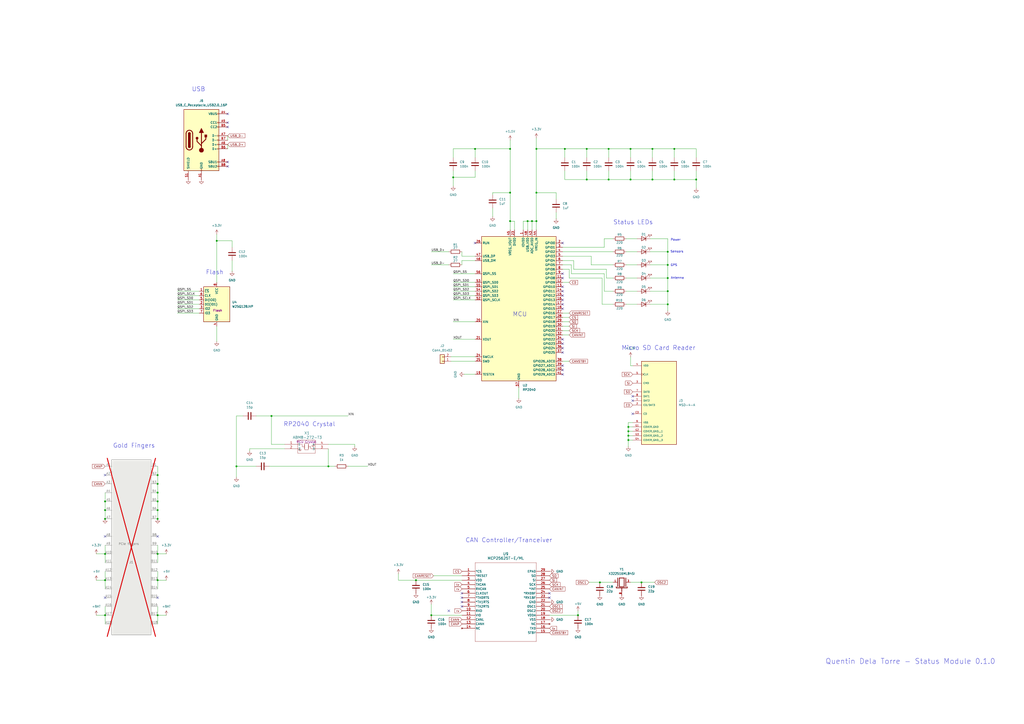
<source format=kicad_sch>
(kicad_sch (version 20250114) (generator "eeschema") (generator_version "9.0")
  (paper "A2")
  (lib_symbols
    (symbol "Connector:Bus_PCI_Express_x1" (pin_names (offset 0) (hide yes))
      (property "Reference" "J1" (at 4.826 -16.002 0))
      (property "info" "PCIe fingers" (at -1.524 -5.588 0))
      (symbol "Bus_PCI_Express_x1_1_1"
        (pin unspecified line (at -15.24 39.37 0) (length 3.81) (name "~{PRSNT1}") (number "A1"))
        (pin unspecified line (at -15.24 34.29 0) (length 3.81) (name "+12V") (number "A2"))
        (pin passive line (at -15.24 29.21 0) (length 3.81) (name "+12V") (number "A3"))
        (pin passive line (at -15.24 24.13 0) (length 3.81) (name "GND") (number "A4"))
        (pin input line (at -15.24 19.05 0) (length 3.81) (name "JTAG2") (number "A5"))
        (pin input line (at -15.24 13.97 0) (length 3.81) (name "JTAG3") (number "A6"))
        (pin output line (at -15.24 8.89 0) (length 3.81) (name "JTAG4") (number "A7"))
        (pin input line (at -15.24 -1.27 0) (length 3.81) (name "JTAG5") (number "A8"))
        (pin passive line (at -15.24 -6.35 0) (length 3.81) (name "+3.3V") (number "A9"))
        (pin passive line (at -15.24 -11.43 0) (length 3.81) (name "+3.3V") (number "A10"))
        (pin input line (at -15.24 -16.51 0) (length 3.81) (name "~{PERST}") (number "A11"))
        (pin passive line (at -15.24 -21.59 0) (length 3.81) (name "GND") (number "A12"))
        (pin input line (at -15.24 -26.67 0) (length 3.81) (name "REFCLK+") (number "A13"))
        (pin input line (at -15.24 -31.75 0) (length 3.81) (name "REFCLK-") (number "A14"))
        (pin passive line (at -15.24 -36.83 0) (length 3.81) (name "GND") (number "A15"))
        (pin output line (at -15.24 -41.91 0) (length 3.81) (name "PERp0") (number "A16"))
        (pin output line (at -15.24 -46.99 0) (length 3.81) (name "PERn0") (number "A17"))
        (pin passive line (at -15.24 -52.07 0) (length 3.81) (name "GND") (number "A18"))
        (pin power_in line (at 15.24 39.37 180) (length 3.81) (name "+12V") (number "B1"))
        (pin passive line (at 15.24 34.29 180) (length 3.81) (name "+12V") (number "B2"))
        (pin passive line (at 15.24 29.21 180) (length 3.81) (name "+12V") (number "B3"))
        (pin power_in line (at 15.24 24.13 180) (length 3.81) (name "GND") (number "B4"))
        (pin input line (at 15.24 19.05 180) (length 3.81) (name "SMCLK") (number "B5"))
        (pin bidirectional line (at 15.24 13.97 180) (length 3.81) (name "SMDAT") (number "B6"))
        (pin passive line (at 15.24 8.89 180) (length 3.81) (name "GND") (number "B7"))
        (pin power_in line (at 15.24 -1.27 180) (length 3.81) (name "+3.3V") (number "B8"))
        (pin input line (at 15.24 -6.35 180) (length 3.81) (name "JTAG1") (number "B9"))
        (pin power_in line (at 15.24 -11.43 180) (length 3.81) (name "3.3Vaux") (number "B10"))
        (pin open_collector line (at 15.24 -16.51 180) (length 3.81) (name "~{WAKE}") (number "B11"))
        (pin passive line (at 15.24 -21.59 180) (length 3.81) (name "RSVD") (number "B12"))
        (pin passive line (at 15.24 -26.67 180) (length 3.81) (name "GND") (number "B13"))
        (pin input line (at 15.24 -31.75 180) (length 3.81) (name "PETp0") (number "B14"))
        (pin input line (at 15.24 -36.83 180) (length 3.81) (name "PETn0") (number "B15"))
        (pin passive line (at 15.24 -41.91 180) (length 3.81) (name "GND") (number "B16"))
        (pin passive line (at 15.24 -46.99 180) (length 3.81) (name "~{PRSNT2}") (number "B17"))
        (pin passive line (at 15.24 -52.07 180) (length 3.81) (name "GND") (number "B18"))
      )
    )
    (symbol "Connector:USB_C_Receptacle_USB2.0_16P" (pin_names (offset 1.016))
      (property "Reference" "J" (at 0 22.225 0))
      (property "Value" "USB_C_Receptacle_USB2.0_16P" (at 0 19.685 0))
      (symbol "USB_C_Receptacle_USB2.0_16P_1_1"
        (pin passive line (at -7.62 -22.86 90) (length 5.08) (name "SHIELD") (number "S1"))
        (pin passive line (at 0 -22.86 90) (length 5.08) (name "GND") (number "A1"))
        (pin passive line (at 0 -22.86 90) (length 5.08) (hide yes) (name "GND") (number "A12"))
        (pin passive line (at 0 -22.86 90) (length 5.08) (hide yes) (name "GND") (number "B1"))
        (pin passive line (at 0 -22.86 90) (length 5.08) (hide yes) (name "GND") (number "B12"))
        (pin passive line (at 15.24 15.24 180) (length 5.08) (name "VBUS") (number "A4"))
        (pin passive line (at 15.24 15.24 180) (length 5.08) (hide yes) (name "VBUS") (number "A9"))
        (pin passive line (at 15.24 15.24 180) (length 5.08) (hide yes) (name "VBUS") (number "B4"))
        (pin passive line (at 15.24 15.24 180) (length 5.08) (hide yes) (name "VBUS") (number "B9"))
        (pin bidirectional line (at 15.24 10.16 180) (length 5.08) (name "CC1") (number "A5"))
        (pin bidirectional line (at 15.24 7.62 180) (length 5.08) (name "CC2") (number "B5"))
        (pin bidirectional line (at 15.24 2.54 180) (length 5.08) (name "D-") (number "A7"))
        (pin bidirectional line (at 15.24 0 180) (length 5.08) (name "D-") (number "B7"))
        (pin bidirectional line (at 15.24 -2.54 180) (length 5.08) (name "D+") (number "A6"))
        (pin bidirectional line (at 15.24 -5.08 180) (length 5.08) (name "D+") (number "B6"))
        (pin bidirectional line (at 15.24 -12.7 180) (length 5.08) (name "SBU1") (number "A8"))
        (pin bidirectional line (at 15.24 -15.24 180) (length 5.08) (name "SBU2") (number "B8"))
      )
    )
    (symbol "Connector_Generic:Conn_01x02" (pin_names (offset 1.016) (hide yes))
      (property "Reference" "J" (at 0 2.54 0))
      (property "Value" "Conn_01x02" (at 0 -5.08 0))
      (symbol "Conn_01x02_1_1"
        (pin passive line (at -5.08 0 0) (length 3.81) (name "Pin_1") (number "1"))
        (pin passive line (at -5.08 -2.54 0) (length 3.81) (name "Pin_2") (number "2"))
      )
    )
    (symbol "Device:C" (pin_numbers (hide yes)) (pin_names (offset 0.254))
      (property "Reference" "C" (at 0.635 2.54 0))
      (property "Value" "C" (at 0.635 -2.54 0))
      (symbol "C_1_1"
        (pin passive line (at 0 3.81 270) (length 2.794) (name "~") (number "1"))
        (pin passive line (at 0 -3.81 90) (length 2.794) (name "~") (number "2"))
      )
    )
    (symbol "Device:LED" (pin_numbers (hide yes)) (pin_names (offset 1.016) (hide yes))
      (property "Reference" "D" (at 0 2.54 0))
      (property "Value" "LED" (at 0 -2.54 0))
      (symbol "LED_1_1"
        (pin passive line (at -3.81 0 0) (length 2.54) (name "K") (number "1"))
        (pin passive line (at 3.81 0 180) (length 2.54) (name "A") (number "2"))
      )
    )
    (symbol "Device:R" (pin_numbers (hide yes)) (pin_names (offset 0))
      (property "Reference" "R" (at 2.032 0 90))
      (property "Value" "R" (at 0 0 90))
      (symbol "R_1_1"
        (pin passive line (at 0 3.81 270) (length 1.27) (name "~") (number "1"))
        (pin passive line (at 0 -3.81 90) (length 1.27) (name "~") (number "2"))
      )
    )
    (symbol "MCP25625:MCP25625T-E_ML" (pin_names (offset 0.254))
      (property "Reference" "U" (at 25.4 10.16 0))
      (property "Value" "MCP25625T-E/ML" (at 25.4 7.62 0))
      (symbol "MCP25625T-E_ML_0_1"
        (pin input line (at 0 0 0) (length 7.62) (name "*CS") (number "1"))
        (pin input line (at 0 -2.54 0) (length 7.62) (name "*RESET") (number "2"))
        (pin power_in line (at 0 -5.08 0) (length 7.62) (name "VDD") (number "3"))
        (pin output line (at 0 -7.62 0) (length 7.62) (name "TXCAN") (number "4"))
        (pin input line (at 0 -10.16 0) (length 7.62) (name "RXCAN") (number "5"))
        (pin output line (at 0 -12.7 0) (length 7.62) (name "CLKOUT") (number "6"))
        (pin input line (at 0 -15.24 0) (length 7.62) (name "*TX0RTS") (number "7"))
        (pin input line (at 0 -17.78 0) (length 7.62) (name "*TX1RTS") (number "8"))
        (pin input line (at 0 -20.32 0) (length 7.62) (name "*TX2RTS") (number "9"))
        (pin output line (at 0 -22.86 0) (length 7.62) (name "RXD") (number "10"))
        (pin power_in line (at 0 -25.4 0) (length 7.62) (name "VIO") (number "11"))
        (pin bidirectional line (at 0 -27.94 0) (length 7.62) (name "CANL") (number "12"))
        (pin bidirectional line (at 0 -30.48 0) (length 7.62) (name "CANH") (number "13"))
        (pin no_connect line (at 0 -33.02 0) (length 7.62) (name "NC") (number "14"))
        (pin unspecified line (at 50.8 0 180) (length 7.62) (name "EPAD") (number "29"))
        (pin output line (at 50.8 -2.54 180) (length 7.62) (name "SO") (number "28"))
        (pin input line (at 50.8 -5.08 180) (length 7.62) (name "SI") (number "27"))
        (pin input line (at 50.8 -7.62 180) (length 7.62) (name "SCK") (number "26"))
        (pin output line (at 50.8 -10.16 180) (length 7.62) (name "*INT") (number "25"))
        (pin output line (at 50.8 -12.7 180) (length 7.62) (name "*RX0BF") (number "24"))
        (pin output line (at 50.8 -15.24 180) (length 7.62) (name "*RX1BF") (number "23"))
        (pin power_in line (at 50.8 -17.78 180) (length 7.62) (name "GND") (number "22"))
        (pin input line (at 50.8 -20.32 180) (length 7.62) (name "OSC1") (number "21"))
        (pin output line (at 50.8 -22.86 180) (length 7.62) (name "OSC2") (number "20"))
        (pin power_in line (at 50.8 -25.4 180) (length 7.62) (name "VDDA") (number "19"))
        (pin power_in line (at 50.8 -27.94 180) (length 7.62) (name "VSS") (number "18"))
        (pin no_connect line (at 50.8 -30.48 180) (length 7.62) (name "NC") (number "17"))
        (pin input line (at 50.8 -33.02 180) (length 7.62) (name "TXD") (number "16"))
        (pin input line (at 50.8 -35.56 180) (length 7.62) (name "STBY") (number "15"))
      )
    )
    (symbol "MCU_RaspberryPi:RP2040"
      (property "Reference" "U" (at 17.78 45.72 0))
      (property "Value" "RP2040" (at 17.78 43.18 0))
      (symbol "RP2040_1_1"
        (pin input line (at -25.4 38.1 0) (length 3.81) (name "RUN") (number "26"))
        (pin bidirectional line (at -25.4 30.48 0) (length 3.81) (name "USB_DP") (number "47"))
        (pin bidirectional line (at -25.4 27.94 0) (length 3.81) (name "USB_DM") (number "46"))
        (pin bidirectional line (at -25.4 20.32 0) (length 3.81) (name "QSPI_SS") (number "56"))
        (pin bidirectional line (at -25.4 15.24 0) (length 3.81) (name "QSPI_SD0") (number "53"))
        (pin bidirectional line (at -25.4 12.7 0) (length 3.81) (name "QSPI_SD1") (number "55"))
        (pin bidirectional line (at -25.4 10.16 0) (length 3.81) (name "QSPI_SD2") (number "54"))
        (pin bidirectional line (at -25.4 7.62 0) (length 3.81) (name "QSPI_SD3") (number "51"))
        (pin output line (at -25.4 5.08 0) (length 3.81) (name "QSPI_SCLK") (number "52"))
        (pin input line (at -25.4 -7.62 0) (length 3.81) (name "XIN") (number "20"))
        (pin passive line (at -25.4 -17.78 0) (length 3.81) (name "XOUT") (number "21"))
        (pin input line (at -25.4 -27.94 0) (length 3.81) (name "SWCLK") (number "24"))
        (pin bidirectional line (at -25.4 -30.48 0) (length 3.81) (name "SWD") (number "25"))
        (pin input line (at -25.4 -38.1 0) (length 3.81) (name "TESTEN") (number "19"))
        (pin power_out line (at -5.08 45.72 270) (length 3.81) (name "VREG_VOUT") (number "45"))
        (pin power_in line (at -2.54 45.72 270) (length 3.81) (name "DVDD") (number "23"))
        (pin passive line (at -2.54 45.72 270) (length 3.81) (hide yes) (name "DVDD") (number "50"))
        (pin power_in line (at 0 -45.72 90) (length 3.81) (name "GND") (number "57"))
        (pin power_in line (at 2.54 45.72 270) (length 3.81) (name "IOVDD") (number "1"))
        (pin passive line (at 2.54 45.72 270) (length 3.81) (hide yes) (name "IOVDD") (number "10"))
        (pin passive line (at 2.54 45.72 270) (length 3.81) (hide yes) (name "IOVDD") (number "22"))
        (pin passive line (at 2.54 45.72 270) (length 3.81) (hide yes) (name "IOVDD") (number "33"))
        (pin passive line (at 2.54 45.72 270) (length 3.81) (hide yes) (name "IOVDD") (number "42"))
        (pin passive line (at 2.54 45.72 270) (length 3.81) (hide yes) (name "IOVDD") (number "49"))
        (pin power_in line (at 5.08 45.72 270) (length 3.81) (name "USB_VDD") (number "48"))
        (pin power_in line (at 7.62 45.72 270) (length 3.81) (name "ADC_AVDD") (number "43"))
        (pin power_in line (at 10.16 45.72 270) (length 3.81) (name "VREG_IN") (number "44"))
        (pin bidirectional line (at 25.4 38.1 180) (length 3.81) (name "GPIO0") (number "2"))
        (pin bidirectional line (at 25.4 35.56 180) (length 3.81) (name "GPIO1") (number "3"))
        (pin bidirectional line (at 25.4 33.02 180) (length 3.81) (name "GPIO2") (number "4"))
        (pin bidirectional line (at 25.4 30.48 180) (length 3.81) (name "GPIO3") (number "5"))
        (pin bidirectional line (at 25.4 27.94 180) (length 3.81) (name "GPIO4") (number "6"))
        (pin bidirectional line (at 25.4 25.4 180) (length 3.81) (name "GPIO5") (number "7"))
        (pin bidirectional line (at 25.4 22.86 180) (length 3.81) (name "GPIO6") (number "8"))
        (pin bidirectional line (at 25.4 20.32 180) (length 3.81) (name "GPIO7") (number "9"))
        (pin bidirectional line (at 25.4 17.78 180) (length 3.81) (name "GPIO8") (number "11"))
        (pin bidirectional line (at 25.4 15.24 180) (length 3.81) (name "GPIO9") (number "12"))
        (pin bidirectional line (at 25.4 12.7 180) (length 3.81) (name "GPIO10") (number "13"))
        (pin bidirectional line (at 25.4 10.16 180) (length 3.81) (name "GPIO11") (number "14"))
        (pin bidirectional line (at 25.4 7.62 180) (length 3.81) (name "GPIO12") (number "15"))
        (pin bidirectional line (at 25.4 5.08 180) (length 3.81) (name "GPIO13") (number "16"))
        (pin bidirectional line (at 25.4 2.54 180) (length 3.81) (name "GPIO14") (number "17"))
        (pin bidirectional line (at 25.4 0 180) (length 3.81) (name "GPIO15") (number "18"))
        (pin bidirectional line (at 25.4 -2.54 180) (length 3.81) (name "GPIO16") (number "27"))
        (pin bidirectional line (at 25.4 -5.08 180) (length 3.81) (name "GPIO17") (number "28"))
        (pin bidirectional line (at 25.4 -7.62 180) (length 3.81) (name "GPIO18") (number "29"))
        (pin bidirectional line (at 25.4 -10.16 180) (length 3.81) (name "GPIO19") (number "30"))
        (pin bidirectional line (at 25.4 -12.7 180) (length 3.81) (name "GPIO20") (number "31"))
        (pin bidirectional line (at 25.4 -15.24 180) (length 3.81) (name "GPIO21") (number "32"))
        (pin bidirectional line (at 25.4 -17.78 180) (length 3.81) (name "GPIO22") (number "34"))
        (pin bidirectional line (at 25.4 -20.32 180) (length 3.81) (name "GPIO23") (number "35"))
        (pin bidirectional line (at 25.4 -22.86 180) (length 3.81) (name "GPIO24") (number "36"))
        (pin bidirectional line (at 25.4 -25.4 180) (length 3.81) (name "GPIO25") (number "37"))
        (pin bidirectional line (at 25.4 -30.48 180) (length 3.81) (name "GPIO26_ADC0") (number "38"))
        (pin bidirectional line (at 25.4 -33.02 180) (length 3.81) (name "GPIO27_ADC1") (number "39"))
        (pin bidirectional line (at 25.4 -35.56 180) (length 3.81) (name "GPIO28_ADC2") (number "40"))
        (pin bidirectional line (at 25.4 -38.1 180) (length 3.81) (name "GPIO29_ADC3") (number "41"))
      )
    )
    (symbol "MSD-4-A:MSD-4-A" (pin_names (offset 1.016))
      (property "Reference" "J" (at -10.16 21.082 0))
      (property "Value" "MSD-4-A" (at -10.16 -30.48 0))
      (symbol "MSD-4-A_0_0"
        (pin power_in line (at -15.24 17.78 0) (length 5.08) (name "VDD") (number "4"))
        (pin input clock (at -15.24 12.7 0) (length 5.08) (name "CLK") (number "5"))
        (pin bidirectional line (at -15.24 7.62 0) (length 5.08) (name "CMD") (number "3"))
        (pin bidirectional line (at -15.24 2.54 0) (length 5.08) (name "DAT0") (number "7"))
        (pin bidirectional line (at -15.24 0 0) (length 5.08) (name "DAT1") (number "8"))
        (pin bidirectional line (at -15.24 -2.54 0) (length 5.08) (name "DAT2") (number "1"))
        (pin bidirectional line (at -15.24 -5.08 0) (length 5.08) (name "CD/DAT3") (number "2"))
        (pin passive line (at -15.24 -10.16 0) (length 5.08) (name "CD") (number "CD"))
        (pin power_in line (at -15.24 -15.24 0) (length 5.08) (name "VSS") (number "6"))
        (pin power_in line (at -15.24 -17.78 0) (length 5.08) (name "COVER_GND") (number "G1"))
        (pin power_in line (at -15.24 -20.32 0) (length 5.08) (name "COVER_GND__1") (number "G2"))
        (pin power_in line (at -15.24 -22.86 0) (length 5.08) (name "COVER_GND__2") (number "G3"))
        (pin power_in line (at -15.24 -25.4 0) (length 5.08) (name "COVER_GND__3") (number "G4"))
      )
    )
    (symbol "Memory_Flash:W25Q128JVP"
      (property "Reference" "U" (at -6.35 11.43 0))
      (property "Value" "W25Q128JVP" (at 7.62 11.43 0))
      (symbol "W25Q128JVP_1_1"
        (pin input line (at -10.16 7.62 0) (length 2.54) (name "~{CS}") (number "1"))
        (pin input line (at -10.16 5.08 0) (length 2.54) (name "CLK") (number "6"))
        (pin bidirectional line (at -10.16 2.54 0) (length 2.54) (name "DI(IO0)") (number "5"))
        (pin bidirectional line (at -10.16 0 0) (length 2.54) (name "DO(IO1)") (number "2"))
        (pin bidirectional line (at -10.16 -2.54 0) (length 2.54) (name "IO2") (number "3"))
        (pin bidirectional line (at -10.16 -5.08 0) (length 2.54) (name "IO3") (number "7"))
        (pin power_in line (at 0 12.7 270) (length 2.54) (name "VCC") (number "8"))
        (pin power_in line (at 0 -12.7 90) (length 2.54) (name "GND") (number "4"))
      )
    )
    (symbol "X322516MLB4SI:X322516MLB4SI" (pin_names (offset 1.016))
      (property "Reference" "Y" (at -5.08 6.35 0))
      (property "Value" "X322516MLB4SI" (at -5.08 3.81 0))
      (symbol "X322516MLB4SI_0_0"
        (pin passive line (at -5.08 0 0) (length 2.54) (name "~") (number "1"))
        (pin power_in line (at 0 -7.62 90) (length 2.54) (name "~") (number "2"))
        (pin power_in line (at 0 -7.62 90) (length 2.54) (name "~") (number "4"))
        (pin passive line (at 5.08 0 180) (length 2.54) (name "~") (number "3"))
      )
    )
    (symbol "crystal:ABM8-272-T3" (pin_names (offset 0.254))
      (property "Reference" "X" (at 12.7 7.62 0))
      (property "Value" "ABM8-272-T3" (at 12.7 5.08 0))
      (symbol "ABM8-272-T3_0_1"
        (pin unspecified line (at 0 0 0) (length 7.62) (name "1") (number "1"))
        (pin unspecified line (at 0 -2.54 0) (length 7.62) (name "2") (number "2"))
        (pin unspecified line (at 25.4 0 180) (length 7.62) (name "4") (number "4"))
        (pin unspecified line (at 25.4 -2.54 180) (length 7.62) (name "3") (number "3"))
      )
    )
    (symbol "power:+3.3V" (power) (pin_numbers (hide yes)) (pin_names (offset 0) (hide yes))
      (property "Value" "+3.3V" (at 0 3.556 0))
      (symbol "+3.3V_1_1"
        (pin power_in line (at 0 0 90) (length 0) (name "~") (number "1"))
      )
    )
    (symbol "power:GND" (power) (pin_numbers (hide yes)) (pin_names (offset 0) (hide yes))
      (property "Value" "GND" (at 0 -3.81 0))
      (symbol "GND_1_1"
        (pin power_in line (at 0 0 270) (length 0) (name "~") (number "1"))
      )
    )
    (symbol "power:VAA" (power) (pin_numbers (hide yes)) (pin_names (offset 0) (hide yes))
      (property "Value" "VAA" (at 0 3.556 0))
      (symbol "VAA_1_1"
        (pin power_in line (at 0 0 90) (length 0) (name "~") (number "1"))
      )
    )
    (symbol "power:VCC" (power) (pin_numbers (hide yes)) (pin_names (offset 0) (hide yes))
      (property "Value" "VCC" (at 0 3.556 0))
      (symbol "VCC_1_1"
        (pin power_in line (at 0 0 90) (length 0) (name "~") (number "1"))
      )
    )
  )
  (text "Antenna" (at 392.938 161.29 0) (effects (font (size 1.27 1.27))))
  (text "RP2040 Crystal" (at 164.465 247.65 0) (effects (font (size 2.54 2.54)) (justify left bottom)))
  (text "USB" (at 111.252 53.34 0) (effects (font (size 2.54 2.54)) (justify left bottom)))
  (text "Micro SD Card Reader" (at 382.016 201.93 0) (effects (font (size 2.54 2.54))))
  (text "MCU\n" (at 297.434 183.896 0) (effects (font (size 2.54 2.54)) (justify left bottom)))
  (text "Sensors" (at 392.684 146.05 0) (effects (font (size 1.27 1.27))))
  (text "Status LEDs" (at 367.284 129.032 0) (effects (font (size 2.54 2.54))))
  (text "Quentin Dela Torre - Status Module 0.1.0" (at 478.79 385.572 0) (effects (font (size 3.048 3.048)) (justify left bottom)))
  (text "Gold Fingers" (at 65.532 260.096 0) (effects (font (size 2.54 2.54)) (justify left bottom)))
  (text "GPS" (at 390.906 153.924 0) (effects (font (size 1.27 1.27))))
  (text "Power" (at 391.922 139.192 0) (effects (font (size 1.27 1.27))))
  (text "CAN Controller/Tranceiver" (at 270.002 314.96 0) (effects (font (size 2.54 2.54)) (justify left bottom)))
  (text "Flash" (at 119.38 159.512 0) (effects (font (size 2.54 2.54)) (justify left bottom)))
  (junction (at 378.46 104.14))
  (junction (at 91.44 356.87))
  (junction (at 372.11 337.82))
  (junction (at 364.49 255.27))
  (junction (at 353.06 86.36))
  (junction (at 340.36 86.36))
  (junction (at 91.44 295.91))
  (junction (at 125.73 139.7))
  (junction (at 137.16 270.51))
  (junction (at 91.44 285.75))
  (junction (at 60.96 321.31))
  (junction (at 403.86 104.14))
  (junction (at 308.61 128.27))
  (junction (at 91.44 280.67))
  (junction (at 387.35 168.91))
  (junction (at 60.96 295.91))
  (junction (at 391.16 86.36))
  (junction (at 91.44 300.99))
  (junction (at 241.3 336.55))
  (junction (at 387.35 176.53))
  (junction (at 365.76 104.14))
  (junction (at 91.44 290.83))
  (junction (at 378.46 86.36))
  (junction (at 311.15 128.27))
  (junction (at 60.96 300.99))
  (junction (at 295.91 86.36))
  (junction (at 387.35 161.29))
  (junction (at 91.44 275.59))
  (junction (at 364.49 252.73))
  (junction (at 353.06 104.14))
  (junction (at 60.96 356.87))
  (junction (at 365.76 86.36))
  (junction (at 91.44 336.55))
  (junction (at 311.15 86.36))
  (junction (at 387.35 146.05))
  (junction (at 387.35 153.67))
  (junction (at 335.28 356.87))
  (junction (at 262.89 102.87))
  (junction (at 306.07 128.27))
  (junction (at 364.49 250.19))
  (junction (at 295.91 128.27))
  (junction (at 60.96 290.83))
  (junction (at 157.48 241.3))
  (junction (at 295.91 111.76))
  (junction (at 311.15 111.76))
  (junction (at 91.44 321.31))
  (junction (at 250.19 356.87))
  (junction (at 340.36 104.14))
  (junction (at 327.66 86.36))
  (junction (at 347.98 337.82))
  (junction (at 391.16 104.14))
  (junction (at 364.49 247.65))
  (junction (at 190.5 270.51))
  (junction (at 60.96 336.55))
  (junction (at 275.59 86.36))
  (no_connect (at 267.97 349.25))
  (no_connect (at 91.44 346.71))
  (no_connect (at 132.08 96.52))
  (no_connect (at 132.08 71.12))
  (no_connect (at 132.08 93.98))
  (no_connect (at 367.03 240.03))
  (no_connect (at 91.44 311.15))
  (no_connect (at 326.39 196.85))
  (no_connect (at 367.03 229.87))
  (no_connect (at 60.96 346.71))
  (no_connect (at 326.39 173.99))
  (no_connect (at 326.39 212.09))
  (no_connect (at 326.39 140.97))
  (no_connect (at 326.39 168.91))
  (no_connect (at 260.35 354.33))
  (no_connect (at 326.39 171.45))
  (no_connect (at 326.39 201.93))
  (no_connect (at 318.77 344.17))
  (no_connect (at 326.39 176.53))
  (no_connect (at 267.97 344.17))
  (no_connect (at 326.39 161.29))
  (no_connect (at 326.39 217.17))
  (no_connect (at 326.39 204.47))
  (no_connect (at 367.03 232.41))
  (no_connect (at 326.39 179.07))
  (no_connect (at 275.59 140.97))
  (no_connect (at 326.39 214.63))
  (no_connect (at 326.39 158.75))
  (no_connect (at 326.39 199.39))
  (no_connect (at 132.08 73.66))
  (no_connect (at 60.96 275.59))
  (no_connect (at 326.39 166.37))
  (no_connect (at 132.08 66.04))
  (no_connect (at 60.96 311.15))
  (no_connect (at 267.97 351.79))
  (no_connect (at 267.97 346.71))
  (no_connect (at 318.77 346.71))
  (wire (pts (xy 102.87 171.45) (xy 115.57 171.45)))
  (wire (pts (xy 364.49 245.11) (xy 364.49 247.65)))
  (wire (pts (xy 262.89 171.45) (xy 275.59 171.45)))
  (wire (pts (xy 102.87 176.53) (xy 115.57 176.53)))
  (wire (pts (xy 311.15 86.36) (xy 311.15 111.76)))
  (wire (pts (xy 326.39 189.23) (xy 330.2 189.23)))
  (wire (pts (xy 201.93 241.3) (xy 157.48 241.3)))
  (wire (pts (xy 322.58 111.76) (xy 311.15 111.76)))
  (wire (pts (xy 91.44 290.83) (xy 91.44 295.91)))
  (wire (pts (xy 125.73 139.7) (xy 134.62 139.7)))
  (wire (pts (xy 403.86 99.06) (xy 403.86 104.14)))
  (wire (pts (xy 60.96 285.75) (xy 60.96 290.83)))
  (wire (pts (xy 137.16 241.3) (xy 137.16 270.51)))
  (wire (pts (xy 311.15 86.36) (xy 327.66 86.36)))
  (wire (pts (xy 91.44 321.31) (xy 91.44 326.39)))
  (wire (pts (xy 295.91 86.36) (xy 295.91 111.76)))
  (wire (pts (xy 364.49 250.19) (xy 367.03 250.19)))
  (wire (pts (xy 250.19 153.67) (xy 260.35 153.67)))
  (wire (pts (xy 250.19 146.05) (xy 260.35 146.05)))
  (wire (pts (xy 91.44 295.91) (xy 91.44 300.99)))
  (wire (pts (xy 365.76 86.36) (xy 378.46 86.36)))
  (wire (pts (xy 387.35 138.43) (xy 387.35 146.05)))
  (wire (pts (xy 262.89 91.44) (xy 262.89 86.36)))
  (wire (pts (xy 125.73 135.89) (xy 125.73 139.7)))
  (wire (pts (xy 363.22 176.53) (xy 369.57 176.53)))
  (wire (pts (xy 148.59 241.3) (xy 157.48 241.3)))
  (wire (pts (xy 262.89 166.37) (xy 275.59 166.37)))
  (wire (pts (xy 387.35 168.91) (xy 387.35 176.53)))
  (wire (pts (xy 342.9 148.59) (xy 326.39 148.59)))
  (wire (pts (xy 55.88 356.87) (xy 60.96 356.87)))
  (wire (pts (xy 140.97 241.3) (xy 137.16 241.3)))
  (wire (pts (xy 350.52 158.75) (xy 350.52 168.91)))
  (wire (pts (xy 295.91 128.27) (xy 298.45 128.27)))
  (wire (pts (xy 364.49 250.19) (xy 364.49 252.73)))
  (wire (pts (xy 326.39 156.21) (xy 330.2 156.21)))
  (wire (pts (xy 275.59 102.87) (xy 262.89 102.87)))
  (wire (pts (xy 387.35 176.53) (xy 387.35 180.34)))
  (wire (pts (xy 262.89 158.75) (xy 275.59 158.75)))
  (wire (pts (xy 201.93 270.51) (xy 213.36 270.51)))
  (wire (pts (xy 134.62 151.13) (xy 134.62 157.48)))
  (wire (pts (xy 311.15 80.01) (xy 311.15 86.36)))
  (wire (pts (xy 364.49 255.27) (xy 367.03 255.27)))
  (wire (pts (xy 125.73 189.23) (xy 125.73 198.12)))
  (wire (pts (xy 326.39 146.05) (xy 355.6 146.05)))
  (wire (pts (xy 262.89 102.87) (xy 262.89 107.95)))
  (wire (pts (xy 190.5 257.81) (xy 205.74 257.81)))
  (wire (pts (xy 363.22 153.67) (xy 369.57 153.67)))
  (wire (pts (xy 275.59 86.36) (xy 295.91 86.36)))
  (wire (pts (xy 144.78 260.35) (xy 165.1 260.35)))
  (wire (pts (xy 60.96 356.87) (xy 60.96 351.79)))
  (wire (pts (xy 363.22 168.91) (xy 369.57 168.91)))
  (wire (pts (xy 351.79 161.29) (xy 355.6 161.29)))
  (wire (pts (xy 363.22 161.29) (xy 369.57 161.29)))
  (wire (pts (xy 327.66 86.36) (xy 327.66 91.44)))
  (wire (pts (xy 350.52 138.43) (xy 355.6 138.43)))
  (wire (pts (xy 378.46 86.36) (xy 378.46 91.44)))
  (wire (pts (xy 267.97 148.59) (xy 275.59 148.59)))
  (wire (pts (xy 331.47 158.75) (xy 331.47 153.67)))
  (wire (pts (xy 132.08 81.28) (xy 132.08 78.74)))
  (wire (pts (xy 91.44 336.55) (xy 91.44 331.47)))
  (wire (pts (xy 60.96 321.31) (xy 60.96 316.23)))
  (wire (pts (xy 327.66 104.14) (xy 340.36 104.14)))
  (wire (pts (xy 134.62 139.7) (xy 134.62 143.51)))
  (wire (pts (xy 363.22 146.05) (xy 369.57 146.05)))
  (wire (pts (xy 387.35 176.53) (xy 377.19 176.53)))
  (wire (pts (xy 335.28 354.33) (xy 335.28 356.87)))
  (wire (pts (xy 306.07 128.27) (xy 308.61 128.27)))
  (wire (pts (xy 391.16 104.14) (xy 391.16 99.06)))
  (wire (pts (xy 330.2 161.29) (xy 330.2 156.21)))
  (wire (pts (xy 311.15 111.76) (xy 311.15 128.27)))
  (wire (pts (xy 364.49 252.73) (xy 364.49 255.27)))
  (wire (pts (xy 285.75 120.65) (xy 285.75 125.73)))
  (wire (pts (xy 102.87 179.07) (xy 115.57 179.07)))
  (wire (pts (xy 377.19 138.43) (xy 387.35 138.43)))
  (wire (pts (xy 231.14 332.74) (xy 231.14 336.55)))
  (wire (pts (xy 137.16 270.51) (xy 137.16 276.86)))
  (wire (pts (xy 350.52 158.75) (xy 331.47 158.75)))
  (wire (pts (xy 96.52 356.87) (xy 91.44 356.87)))
  (wire (pts (xy 351.79 156.21) (xy 332.74 156.21)))
  (wire (pts (xy 295.91 111.76) (xy 295.91 128.27)))
  (wire (pts (xy 322.58 115.57) (xy 322.58 111.76)))
  (wire (pts (xy 91.44 280.67) (xy 91.44 285.75)))
  (wire (pts (xy 364.49 255.27) (xy 364.49 259.08)))
  (wire (pts (xy 91.44 321.31) (xy 91.44 316.23)))
  (wire (pts (xy 326.39 186.69) (xy 330.2 186.69)))
  (wire (pts (xy 322.58 123.19) (xy 322.58 127)))
  (wire (pts (xy 157.48 241.3) (xy 157.48 257.81)))
  (wire (pts (xy 326.39 163.83) (xy 330.2 163.83)))
  (wire (pts (xy 387.35 161.29) (xy 387.35 168.91)))
  (wire (pts (xy 60.96 356.87) (xy 60.96 361.95)))
  (wire (pts (xy 60.96 295.91) (xy 60.96 300.99)))
  (wire (pts (xy 91.44 356.87) (xy 91.44 351.79)))
  (wire (pts (xy 267.97 151.13) (xy 275.59 151.13)))
  (wire (pts (xy 60.96 321.31) (xy 60.96 326.39)))
  (wire (pts (xy 403.86 104.14) (xy 403.86 109.22)))
  (wire (pts (xy 262.89 99.06) (xy 262.89 102.87)))
  (wire (pts (xy 311.15 128.27) (xy 311.15 133.35)))
  (wire (pts (xy 364.49 247.65) (xy 367.03 247.65)))
  (wire (pts (xy 55.88 336.55) (xy 60.96 336.55)))
  (wire (pts (xy 157.48 257.81) (xy 165.1 257.81)))
  (wire (pts (xy 125.73 139.7) (xy 125.73 163.83)))
  (wire (pts (xy 387.35 153.67) (xy 387.35 161.29)))
  (wire (pts (xy 190.5 270.51) (xy 194.31 270.51)))
  (wire (pts (xy 353.06 104.14) (xy 353.06 99.06)))
  (wire (pts (xy 326.39 209.55) (xy 330.2 209.55)))
  (wire (pts (xy 295.91 81.28) (xy 295.91 86.36)))
  (wire (pts (xy 340.36 86.36) (xy 340.36 91.44)))
  (wire (pts (xy 102.87 168.91) (xy 115.57 168.91)))
  (wire (pts (xy 91.44 285.75) (xy 91.44 290.83)))
  (wire (pts (xy 55.88 321.31) (xy 60.96 321.31)))
  (wire (pts (xy 391.16 104.14) (xy 403.86 104.14)))
  (wire (pts (xy 300.99 224.79) (xy 300.99 231.14)))
  (wire (pts (xy 308.61 128.27) (xy 311.15 128.27)))
  (wire (pts (xy 364.49 247.65) (xy 364.49 250.19)))
  (wire (pts (xy 285.75 111.76) (xy 295.91 111.76)))
  (wire (pts (xy 275.59 217.17) (xy 269.24 217.17)))
  (wire (pts (xy 96.52 321.31) (xy 91.44 321.31)))
  (wire (pts (xy 327.66 86.36) (xy 340.36 86.36)))
  (wire (pts (xy 250.19 350.52) (xy 250.19 356.87)))
  (wire (pts (xy 377.19 146.05) (xy 387.35 146.05)))
  (wire (pts (xy 298.45 133.35) (xy 298.45 128.27)))
  (wire (pts (xy 326.39 191.77) (xy 330.2 191.77)))
  (wire (pts (xy 261.62 209.55) (xy 275.59 209.55)))
  (wire (pts (xy 251.46 334.01) (xy 267.97 334.01)))
  (wire (pts (xy 377.19 161.29) (xy 387.35 161.29)))
  (wire (pts (xy 137.16 270.51) (xy 148.59 270.51)))
  (wire (pts (xy 318.77 356.87) (xy 335.28 356.87)))
  (wire (pts (xy 250.19 356.87) (xy 267.97 356.87)))
  (wire (pts (xy 355.6 153.67) (xy 342.9 153.67)))
  (wire (pts (xy 326.39 143.51) (xy 350.52 143.51)))
  (wire (pts (xy 60.96 336.55) (xy 60.96 341.63)))
  (wire (pts (xy 378.46 86.36) (xy 391.16 86.36)))
  (wire (pts (xy 365.76 337.82) (xy 372.11 337.82)))
  (wire (pts (xy 241.3 336.55) (xy 231.14 336.55)))
  (wire (pts (xy 91.44 356.87) (xy 91.44 361.95)))
  (wire (pts (xy 267.97 146.05) (xy 267.97 148.59)))
  (wire (pts (xy 350.52 143.51) (xy 350.52 138.43)))
  (wire (pts (xy 205.74 257.81) (xy 205.74 259.08)))
  (wire (pts (xy 364.49 252.73) (xy 367.03 252.73)))
  (wire (pts (xy 327.66 99.06) (xy 327.66 104.14)))
  (wire (pts (xy 132.08 83.82) (xy 132.08 86.36)))
  (wire (pts (xy 349.25 161.29) (xy 349.25 176.53)))
  (wire (pts (xy 340.36 104.14) (xy 340.36 99.06)))
  (wire (pts (xy 387.35 146.05) (xy 387.35 153.67)))
  (wire (pts (xy 365.76 212.09) (xy 365.76 207.01)))
  (wire (pts (xy 262.89 173.99) (xy 275.59 173.99)))
  (wire (pts (xy 295.91 128.27) (xy 295.91 133.35)))
  (wire (pts (xy 156.21 270.51) (xy 190.5 270.51)))
  (wire (pts (xy 306.07 128.27) (xy 303.53 128.27)))
  (wire (pts (xy 60.96 290.83) (xy 60.96 295.91)))
  (wire (pts (xy 144.78 261.62) (xy 144.78 260.35)))
  (wire (pts (xy 267.97 336.55) (xy 241.3 336.55)))
  (wire (pts (xy 378.46 104.14) (xy 391.16 104.14)))
  (wire (pts (xy 275.59 99.06) (xy 275.59 102.87)))
  (wire (pts (xy 96.52 336.55) (xy 91.44 336.55)))
  (wire (pts (xy 262.89 186.69) (xy 275.59 186.69)))
  (wire (pts (xy 275.59 86.36) (xy 275.59 91.44)))
  (wire (pts (xy 369.57 138.43) (xy 363.22 138.43)))
  (wire (pts (xy 332.74 156.21) (xy 332.74 151.13)))
  (wire (pts (xy 102.87 173.99) (xy 115.57 173.99)))
  (wire (pts (xy 332.74 151.13) (xy 326.39 151.13)))
  (wire (pts (xy 285.75 113.03) (xy 285.75 111.76)))
  (wire (pts (xy 365.76 104.14) (xy 378.46 104.14)))
  (wire (pts (xy 403.86 86.36) (xy 403.86 91.44)))
  (wire (pts (xy 349.25 161.29) (xy 330.2 161.29)))
  (wire (pts (xy 262.89 86.36) (xy 275.59 86.36)))
  (wire (pts (xy 261.62 207.01) (xy 275.59 207.01)))
  (wire (pts (xy 262.89 196.85) (xy 275.59 196.85)))
  (wire (pts (xy 91.44 270.51) (xy 91.44 275.59)))
  (wire (pts (xy 372.11 337.82) (xy 379.73 337.82)))
  (wire (pts (xy 102.87 181.61) (xy 115.57 181.61)))
  (wire (pts (xy 353.06 86.36) (xy 365.76 86.36)))
  (wire (pts (xy 377.19 153.67) (xy 387.35 153.67)))
  (wire (pts (xy 349.25 176.53) (xy 355.6 176.53)))
  (wire (pts (xy 378.46 104.14) (xy 378.46 99.06)))
  (wire (pts (xy 365.76 104.14) (xy 365.76 99.06)))
  (wire (pts (xy 351.79 156.21) (xy 351.79 161.29)))
  (wire (pts (xy 391.16 86.36) (xy 391.16 91.44)))
  (wire (pts (xy 267.97 153.67) (xy 267.97 151.13)))
  (wire (pts (xy 303.53 128.27) (xy 303.53 133.35)))
  (wire (pts (xy 308.61 133.35) (xy 308.61 128.27)))
  (wire (pts (xy 326.39 184.15) (xy 330.2 184.15)))
  (wire (pts (xy 341.63 337.82) (xy 347.98 337.82)))
  (wire (pts (xy 60.96 336.55) (xy 60.96 331.47)))
  (wire (pts (xy 350.52 168.91) (xy 355.6 168.91)))
  (wire (pts (xy 340.36 86.36) (xy 353.06 86.36)))
  (wire (pts (xy 353.06 104.14) (xy 365.76 104.14)))
  (wire (pts (xy 367.03 245.11) (xy 364.49 245.11)))
  (wire (pts (xy 262.89 168.91) (xy 275.59 168.91)))
  (wire (pts (xy 91.44 336.55) (xy 91.44 341.63)))
  (wire (pts (xy 340.36 104.14) (xy 353.06 104.14)))
  (wire (pts (xy 367.03 212.09) (xy 365.76 212.09)))
  (wire (pts (xy 353.06 86.36) (xy 353.06 91.44)))
  (wire (pts (xy 91.44 275.59) (xy 91.44 280.67)))
  (wire (pts (xy 365.76 86.36) (xy 365.76 91.44)))
  (wire (pts (xy 391.16 86.36) (xy 403.86 86.36)))
  (wire (pts (xy 326.39 181.61) (xy 330.2 181.61)))
  (wire (pts (xy 262.89 163.83) (xy 275.59 163.83)))
  (wire (pts (xy 342.9 153.67) (xy 342.9 148.59)))
  (wire (pts (xy 306.07 128.27) (xy 306.07 133.35)))
  (wire (pts (xy 347.98 337.82) (xy 355.6 337.82)))
  (wire (pts (xy 190.5 260.35) (xy 190.5 270.51)))
  (wire (pts (xy 326.39 194.31) (xy 330.2 194.31)))
  (wire (pts (xy 331.47 153.67) (xy 326.39 153.67)))
  (wire (pts (xy 377.19 168.91) (xy 387.35 168.91)))
  (label "QSPI_SCLK" (at 102.87 171.45 0))
  (label "QSPI_SS" (at 262.89 158.75 0))
  (label "QSPI_SD0" (at 262.89 163.83 0))
  (label "USB_D-" (at 250.19 153.67 0))
  (label "QSPI_SD1" (at 102.87 176.53 0))
  (label "QSPI_SD1" (at 262.89 166.37 0))
  (label "QSPI_SD3" (at 102.87 181.61 0))
  (label "QSPI_SD2" (at 102.87 179.07 0))
  (label "QSPI_SD2" (at 262.89 168.91 0))
  (label "QSPI_SCLK" (at 262.89 173.99 0))
  (label "QSPI_SD3" (at 262.89 171.45 0))
  (label "USB_D+" (at 250.19 146.05 0))
  (label "QSPI_SS" (at 102.87 168.91 0))
  (label "QSPI_SD0" (at 102.87 173.99 0))
  (label "XIN" (at 262.89 186.69 0))
  (label "XOUT" (at 213.36 270.51 0))
  (label "XIN" (at 201.93 241.3 0))
  (label "XOUT" (at 262.89 196.85 0))
  (global_label "OSC1" (shape input) (at 341.63 337.82 180) (property "Intersheetrefs" "${INTERSHEET_REFS}" (effects (hide yes))))
  (global_label "SO" (shape input) (at 367.03 227.33 180) (property "Intersheetrefs" "${INTERSHEET_REFS}" (effects (hide yes))))
  (global_label "tx" (shape input) (at 267.97 339.09 180) (property "Intersheetrefs" "${INTERSHEET_REFS}" (effects (hide yes))))
  (global_label "tx" (shape input) (at 318.77 364.49 0) (property "Intersheetrefs" "${INTERSHEET_REFS}" (effects (hide yes))))
  (global_label "OSC2" (shape input) (at 318.77 354.33 0) (property "Intersheetrefs" "${INTERSHEET_REFS}" (effects (hide yes))))
  (global_label "SCK" (shape input) (at 330.2 191.77 0) (property "Intersheetrefs" "${INTERSHEET_REFS}" (effects (hide yes))))
  (global_label "SI" (shape input) (at 330.2 189.23 0) (property "Intersheetrefs" "${INTERSHEET_REFS}" (effects (hide yes))))
  (global_label "rx" (shape input) (at 267.97 341.63 180) (property "Intersheetrefs" "${INTERSHEET_REFS}" (effects (hide yes))))
  (global_label "CANRESET" (shape input) (at 330.2 181.61 0) (property "Intersheetrefs" "${INTERSHEET_REFS}" (effects (hide yes))))
  (global_label "CANP" (shape input) (at 267.97 361.95 180) (property "Intersheetrefs" "${INTERSHEET_REFS}" (effects (hide yes))))
  (global_label "CANN" (shape input) (at 60.96 280.67 180) (property "Intersheetrefs" "${INTERSHEET_REFS}" (effects (hide yes))))
  (global_label "CANINT" (shape input) (at 330.2 194.31 0) (property "Intersheetrefs" "${INTERSHEET_REFS}" (effects (hide yes))))
  (global_label "CANSTBY" (shape input) (at 330.2 209.55 0) (property "Intersheetrefs" "${INTERSHEET_REFS}" (effects (hide yes))))
  (global_label "CANINT" (shape input) (at 318.77 341.63 0) (property "Intersheetrefs" "${INTERSHEET_REFS}" (effects (hide yes))))
  (global_label "USB_D+" (shape input) (at 132.08 83.82 0) (property "Intersheetrefs" "${INTERSHEET_REFS}" (effects (hide yes))))
  (global_label "CANSTBY" (shape input) (at 318.77 367.03 0) (property "Intersheetrefs" "${INTERSHEET_REFS}" (effects (hide yes))))
  (global_label "SI" (shape input) (at 318.77 336.55 0) (property "Intersheetrefs" "${INTERSHEET_REFS}" (effects (hide yes))))
  (global_label "CD" (shape input) (at 367.03 234.95 180) (property "Intersheetrefs" "${INTERSHEET_REFS}" (effects (hide yes))))
  (global_label "USB_D-" (shape input) (at 132.08 78.74 0) (property "Intersheetrefs" "${INTERSHEET_REFS}" (effects (hide yes))))
  (global_label "SO" (shape input) (at 330.2 186.69 0) (property "Intersheetrefs" "${INTERSHEET_REFS}" (effects (hide yes))))
  (global_label "CS" (shape input) (at 267.97 331.47 180) (property "Intersheetrefs" "${INTERSHEET_REFS}" (effects (hide yes))))
  (global_label "rx" (shape input) (at 267.97 354.33 180) (property "Intersheetrefs" "${INTERSHEET_REFS}" (effects (hide yes))))
  (global_label "SO" (shape input) (at 318.77 334.01 0) (property "Intersheetrefs" "${INTERSHEET_REFS}" (effects (hide yes))))
  (global_label "CANN" (shape input) (at 267.97 359.41 180) (property "Intersheetrefs" "${INTERSHEET_REFS}" (effects (hide yes))))
  (global_label "CANRESET" (shape input) (at 251.46 334.01 180) (property "Intersheetrefs" "${INTERSHEET_REFS}" (effects (hide yes))))
  (global_label "CD" (shape input) (at 330.2 163.83 0) (property "Intersheetrefs" "${INTERSHEET_REFS}" (effects (hide yes))))
  (global_label "SCK" (shape input) (at 367.03 217.17 180) (property "Intersheetrefs" "${INTERSHEET_REFS}" (effects (hide yes))))
  (global_label "SI" (shape input) (at 367.03 222.25 180) (property "Intersheetrefs" "${INTERSHEET_REFS}" (effects (hide yes))))
  (global_label "SCK" (shape input) (at 318.77 339.09 0) (property "Intersheetrefs" "${INTERSHEET_REFS}" (effects (hide yes))))
  (global_label "OSC1" (shape input) (at 318.77 351.79 0) (property "Intersheetrefs" "${INTERSHEET_REFS}" (effects (hide yes))))
  (global_label "CS" (shape input) (at 330.2 184.15 0) (property "Intersheetrefs" "${INTERSHEET_REFS}" (effects (hide yes))))
  (global_label "OSC2" (shape input) (at 379.73 337.82 0) (property "Intersheetrefs" "${INTERSHEET_REFS}" (effects (hide yes))))
  (global_label "CANP" (shape input) (at 60.96 270.51 180) (property "Intersheetrefs" "${INTERSHEET_REFS}" (effects (hide yes))))
  (symbol (lib_id "Device:C") (at 327.66 95.25 0) (unit 1)
    (property "Reference" "C1" (at 331.47 93.9799 0) (effects (justify left)))
    (property "Value" "100n" (at 331.47 96.5199 0) (effects (justify left)))
    (property "Footprint" "Capacitor_SMD:C_0402_1005Metric" (effects (hide yes)))
    (property "Description" "Unpolarized capacitor" (effects (hide yes)))
  )
  (symbol (lib_id "crystal:ABM8-272-T3") (at 165.1 257.81 0) (unit 1)
    (property "Reference" "X1" (at 178.054 251.206 0) (effects (font (size 1.524 1.524))))
    (property "Value" "ABM8-272-T3" (at 178.308 253.746 0) (effects (font (size 1.524 1.524))))
    (property "Footprint" "ABM8-272-T3:ABM8-272-T3_ABR" (effects (hide yes)))
    (property "Datasheet" "ABM8-272-T3" (effects (hide yes)))
    (property "LCSC Part #" "C20625731" (effects (hide yes)))
    (property "basic?" "no" (effects (hide yes)))
    (property "info" "MCU Crystal" (at 177.8 256.286 0))
    (property "price" "C$0.6692 " (effects (hide yes)))
    (property "JLC Link" "https://jlcpcb.com/partdetail/AbraconLlc-ABM8_272T3/C20625731" (effects (hide yes)))
    (property "Current Draw" "200 uW 3.3v" (effects (hide yes)))
  )
  (symbol (lib_id "power:VCC") (at 295.91 81.28 0) (unit 1)
    (property "Reference" "#PWR04" (effects (hide yes)))
    (property "Value" "+1.1V" (at 295.91 76.2 0))
    (property "Description" "Power symbol creates a global label with name \"VCC\"" (effects (hide yes)))
  )
  (symbol (lib_id "power:VAA") (at 55.88 321.31 0) (unit 1)
    (property "Reference" "#PWR022" (effects (hide yes)))
    (property "Value" "+3.3V" (at 55.88 316.23 0))
    (property "Description" "Power symbol creates a global label with name \"VAA\"" (effects (hide yes)))
  )
  (symbol (lib_id "power:GND") (at 91.44 300.99 0) (unit 1)
    (property "Reference" "#PWR014" (effects (hide yes)))
    (property "Value" "GND" (effects (hide yes)))
    (property "Description" "Power symbol creates a global label with name \"GND\" , ground" (effects (hide yes)))
  )
  (symbol (lib_id "Device:R") (at 198.12 270.51 90) (unit 1)
    (property "Reference" "R3" (at 198.12 264.16 90))
    (property "Value" "1k" (at 198.12 266.7 90))
    (property "Footprint" "Resistor_SMD:R_0603_1608Metric" (effects (hide yes)))
    (property "Description" "Resistor" (effects (hide yes)))
  )
  (symbol (lib_id "power:VAA") (at 96.52 336.55 0) (unit 1)
    (property "Reference" "#PWR021" (effects (hide yes)))
    (property "Value" "+5V" (at 96.52 331.47 0))
    (property "Description" "Power symbol creates a global label with name \"VAA\"" (effects (hide yes)))
  )
  (symbol (lib_id "Device:C") (at 347.98 341.63 0) (unit 1)
    (property "Reference" "C18" (at 351.79 340.3599 0) (effects (justify left)))
    (property "Value" "22p" (at 351.79 342.8999 0) (effects (justify left)))
    (property "Footprint" "Capacitor_SMD:C_0603_1608Metric" (effects (hide yes)))
    (property "Description" "Unpolarized capacitor" (effects (hide yes)))
  )
  (symbol (lib_id "power:VAA") (at 55.88 336.55 0) (unit 1)
    (property "Reference" "#PWR010" (effects (hide yes)))
    (property "Value" "+5V" (at 55.88 331.47 0))
    (property "Description" "Power symbol creates a global label with name \"VAA\"" (effects (hide yes)))
  )
  (symbol (lib_id "power:+3.3V") (at 125.73 135.89 0) (unit 1)
    (property "Reference" "#PWR09" (effects (hide yes)))
    (property "Value" "+3.3V" (at 125.73 130.81 0))
    (property "Description" "Power symbol creates a global label with name \"+3.3V\"" (effects (hide yes)))
  )
  (symbol (lib_id "Device:C") (at 262.89 95.25 0) (unit 1)
    (property "Reference" "C9" (at 266.7 93.9799 0) (effects (justify left)))
    (property "Value" "100n" (at 266.7 96.5199 0) (effects (justify left)))
    (property "Footprint" "Capacitor_SMD:C_0402_1005Metric" (effects (hide yes)))
    (property "Description" "Unpolarized capacitor" (effects (hide yes)))
  )
  (symbol (lib_id "power:GND") (at 116.84 104.14 0) (unit 1)
    (property "Reference" "#PWR029" (effects (hide yes)))
    (property "Value" "GND" (effects (hide yes)))
    (property "Description" "Power symbol creates a global label with name \"GND\" , ground" (effects (hide yes)))
  )
  (symbol (lib_id "Device:LED") (at 373.38 138.43 180) (unit 1)
    (property "Reference" "D1" (at 373.38 135.89 0))
    (property "Value" "LED" (effects (hide yes)))
    (property "Footprint" "LED_SMD:LED_0805_2012Metric" (effects (hide yes)))
    (property "Description" "Light emitting diode" (effects (hide yes)))
  )
  (symbol (lib_id "power:VAA") (at 96.52 321.31 0) (unit 1)
    (property "Reference" "#PWR023" (effects (hide yes)))
    (property "Value" "+3.3V" (at 96.52 316.23 0))
    (property "Description" "Power symbol creates a global label with name \"VAA\"" (effects (hide yes)))
  )
  (symbol (lib_id "power:GND") (at 285.75 125.73 0) (unit 1)
    (property "Reference" "#PWR06" (effects (hide yes)))
    (property "Value" "GND" (at 285.75 130.81 0))
    (property "Description" "Power symbol creates a global label with name \"GND\" , ground" (effects (hide yes)))
  )
  (symbol (lib_id "Device:C") (at 378.46 95.25 0) (unit 1)
    (property "Reference" "C5" (at 382.27 93.9799 0) (effects (justify left)))
    (property "Value" "100n" (at 382.27 96.5199 0) (effects (justify left)))
    (property "Footprint" "Capacitor_SMD:C_0402_1005Metric" (effects (hide yes)))
    (property "Description" "Unpolarized capacitor" (effects (hide yes)))
  )
  (symbol (lib_id "Device:C") (at 152.4 270.51 270) (unit 1)
    (property "Reference" "C13" (at 152.4 262.89 90))
    (property "Value" "15p" (at 152.4 265.43 90))
    (property "Footprint" "Capacitor_SMD:C_0603_1608Metric" (effects (hide yes)))
    (property "Description" "Unpolarized capacitor" (effects (hide yes)))
  )
  (symbol (lib_id "Device:LED") (at 373.38 161.29 180) (unit 1)
    (property "Reference" "D4" (at 373.38 158.75 0))
    (property "Value" "LED" (effects (hide yes)))
    (property "Footprint" "LED_SMD:LED_0805_2012Metric" (effects (hide yes)))
    (property "Description" "Light emitting diode" (effects (hide yes)))
  )
  (symbol (lib_id "power:GND") (at 322.58 127 0) (unit 1)
    (property "Reference" "#PWR03" (effects (hide yes)))
    (property "Value" "GND" (at 322.58 132.08 0))
    (property "Description" "Power symbol creates a global label with name \"GND\" , ground" (effects (hide yes)))
  )
  (symbol (lib_id "power:GND") (at 109.22 104.14 0) (unit 1)
    (property "Reference" "#PWR028" (effects (hide yes)))
    (property "Value" "GND" (effects (hide yes)))
    (property "Description" "Power symbol creates a global label with name \"GND\" , ground" (effects (hide yes)))
  )
  (symbol (lib_id "power:GND") (at 137.16 276.86 0) (unit 1)
    (property "Reference" "#PWR011" (effects (hide yes)))
    (property "Value" "GND" (at 137.16 281.94 0))
    (property "Description" "Power symbol creates a global label with name \"GND\" , ground" (effects (hide yes)))
  )
  (symbol (lib_id "power:+3.3V") (at 231.14 332.74 0) (unit 1)
    (property "Reference" "#PWR019" (effects (hide yes)))
    (property "Value" "+3.3V" (at 231.14 327.66 0))
    (property "Description" "Power symbol creates a global label with name \"+3.3V\"" (effects (hide yes)))
  )
  (symbol (lib_id "Device:C") (at 241.3 340.36 0) (unit 1)
    (property "Reference" "C15" (at 245.11 339.0899 0) (effects (justify left)))
    (property "Value" "100n" (at 245.11 341.6299 0) (effects (justify left)))
    (property "Footprint" "Capacitor_SMD:C_0402_1005Metric" (effects (hide yes)))
    (property "Description" "Unpolarized capacitor" (effects (hide yes)))
  )
  (symbol (lib_id "power:GND") (at 335.28 364.49 0) (unit 1)
    (property "Reference" "#PWR030" (effects (hide yes)))
    (property "Value" "GND" (at 335.28 369.57 0))
    (property "Description" "Power symbol creates a global label with name \"GND\" , ground" (effects (hide yes)))
  )
  (symbol (lib_id "Device:C") (at 340.36 95.25 0) (unit 1)
    (property "Reference" "C2" (at 344.17 93.9799 0) (effects (justify left)))
    (property "Value" "100n" (at 344.17 96.5199 0) (effects (justify left)))
    (property "Footprint" "Capacitor_SMD:C_0402_1005Metric" (effects (hide yes)))
    (property "Description" "Unpolarized capacitor" (effects (hide yes)))
  )
  (symbol (lib_id "power:GND") (at 60.96 300.99 0) (unit 1)
    (property "Reference" "#PWR015" (effects (hide yes)))
    (property "Value" "GND" (effects (hide yes)))
    (property "Description" "Power symbol creates a global label with name \"GND\" , ground" (effects (hide yes)))
  )
  (symbol (lib_id "power:VAA") (at 55.88 356.87 0) (mirror y) (unit 1)
    (property "Reference" "#PWR027" (effects (hide yes)))
    (property "Value" "+BAT" (at 55.88 351.79 0))
    (property "Description" "Power symbol creates a global label with name \"VAA\"" (effects (hide yes)))
  )
  (symbol (lib_id "power:+3.3V") (at 250.19 350.52 0) (unit 1)
    (property "Reference" "#PWR020" (effects (hide yes)))
    (property "Value" "+3.3V" (at 250.19 346.456 0))
    (property "Description" "Power symbol creates a global label with name \"+3.3V\"" (effects (hide yes)))
  )
  (symbol (lib_id "Device:R") (at 359.41 161.29 90) (unit 1)
    (property "Reference" "R8" (at 359.41 159.004 90))
    (property "Value" "220" (at 359.41 163.576 90))
    (property "Footprint" "Resistor_SMD:R_0603_1608Metric" (effects (hide yes)))
    (property "Description" "Resistor" (effects (hide yes)))
  )
  (symbol (lib_id "power:GND") (at 205.74 259.08 0) (unit 1)
    (property "Reference" "#PWR013" (effects (hide yes)))
    (property "Value" "GND" (at 205.74 264.16 0))
    (property "Description" "Power symbol creates a global label with name \"GND\" , ground" (effects (hide yes)))
  )
  (symbol (lib_id "power:VAA") (at 96.52 356.87 0) (unit 1)
    (property "Reference" "#PWR026" (effects (hide yes)))
    (property "Value" "+BAT" (at 96.52 351.79 0))
    (property "Description" "Power symbol creates a global label with name \"VAA\"" (effects (hide yes)))
  )
  (symbol (lib_id "Device:C") (at 250.19 360.68 0) (unit 1)
    (property "Reference" "C16" (at 254 359.4099 0) (effects (justify left)))
    (property "Value" "100n" (at 254 361.9499 0) (effects (justify left)))
    (property "Footprint" "Capacitor_SMD:C_0402_1005Metric" (effects (hide yes)))
    (property "Description" "Unpolarized capacitor" (effects (hide yes)))
  )
  (symbol (lib_id "Device:R") (at 359.41 153.67 90) (unit 1)
    (property "Reference" "R7" (at 359.41 151.638 90))
    (property "Value" "220" (at 359.41 155.956 90))
    (property "Footprint" "Resistor_SMD:R_0603_1608Metric" (effects (hide yes)))
    (property "Description" "Resistor" (effects (hide yes)))
  )
  (symbol (lib_id "power:GND") (at 262.89 107.95 0) (unit 1)
    (property "Reference" "#PWR05" (effects (hide yes)))
    (property "Value" "GND" (at 262.89 113.03 0))
    (property "Description" "Power symbol creates a global label with name \"GND\" , ground" (effects (hide yes)))
  )
  (symbol (lib_id "Connector:Bus_PCI_Express_x1") (at 76.2 309.88 0) (unit 1) (dnp yes)
    (property "Reference" "J1" (at 74.93 326.136 0) (effects (justify left)))
    (property "Value" "Bus_PCI_Express_x1" (effects (hide yes)))
    (property "Footprint" "Connector_PCBEdge:BUS_PCIexpress_x1" (effects (hide yes)))
    (property "Datasheet" "http://www.ritrontek.com/uploadfile/2016/1026/20161026105231124.pdf#page=63" (effects (hide yes)))
    (property "Description" "PCI Express bus connector x1" (effects (hide yes)))
    (property "basic?" "n/a" (effects (hide yes)))
    (property "price" "n/a" (effects (hide yes)))
    (property "LCSC Part #" "n/a" (effects (hide yes)))
    (property "info" "PCIe fingers" (at 74.676 315.468 0))
    (property "JLC Link" "n/a" (effects (hide yes)))
  )
  (symbol (lib_id "MSD-4-A:MSD-4-A") (at 382.27 229.87 0) (unit 1)
    (property "Reference" "J3" (at 393.7 232.4099 0) (effects (justify left)))
    (property "Value" "MSD-4-A" (at 393.7 234.9499 0) (effects (justify left)))
    (property "Footprint" "MSD_4_A:CUI_MSD-4-A" (effects (hide yes)))
    (property "PARTREV" "1.0" (effects (hide yes)))
    (property "STANDARD" "Manufacturer Recommendations" (effects (hide yes)))
    (property "MAXIMUM_PACKAGE_HEIGHT" "2.00mm" (effects (hide yes)))
    (property "MANUFACTURER" "CUI Devices" (effects (hide yes)))
  )
  (symbol (lib_id "power:+3.3V") (at 311.15 80.01 0) (unit 1)
    (property "Reference" "#PWR02" (effects (hide yes)))
    (property "Value" "+3.3V" (at 311.15 74.93 0))
    (property "Description" "Power symbol creates a global label with name \"+3.3V\"" (effects (hide yes)))
  )
  (symbol (lib_id "Device:C") (at 285.75 116.84 0) (unit 1)
    (property "Reference" "C11" (at 289.56 115.5699 0) (effects (justify left)))
    (property "Value" "1uF" (at 289.56 118.1099 0) (effects (justify left)))
    (property "Footprint" "Capacitor_SMD:C_0402_1005Metric" (effects (hide yes)))
    (property "Description" "Unpolarized capacitor" (effects (hide yes)))
  )
  (symbol (lib_id "Device:R") (at 359.41 146.05 90) (unit 1)
    (property "Reference" "R6" (at 359.41 144.018 90))
    (property "Value" "220" (at 359.41 148.082 90))
    (property "Footprint" "Resistor_SMD:R_0603_1608Metric" (effects (hide yes)))
    (property "Description" "Resistor" (effects (hide yes)))
  )
  (symbol (lib_id "power:GND") (at 347.98 345.44 0) (unit 1)
    (property "Reference" "#PWR032" (effects (hide yes)))
    (property "Value" "GND" (at 347.98 350.52 0))
    (property "Description" "Power symbol creates a global label with name \"GND\" , ground" (effects (hide yes)))
  )
  (symbol (lib_id "power:+3.3V") (at 335.28 354.33 0) (unit 1)
    (property "Reference" "#PWR031" (effects (hide yes)))
    (property "Value" "+5V" (at 335.28 350.266 0))
    (property "Description" "Power symbol creates a global label with name \"+3.3V\"" (effects (hide yes)))
  )
  (symbol (lib_id "Memory_Flash:W25Q128JVP") (at 125.73 176.53 0) (unit 1)
    (property "Reference" "U4" (at 134.62 175.2599 0) (effects (justify left)))
    (property "Value" "W25Q128JVP" (at 134.62 177.7999 0) (effects (justify left)))
    (property "Footprint" "Package_SON:WSON-8-1EP_6x5mm_P1.27mm_EP3.4x4.3mm" (effects (hide yes)))
    (property "Datasheet" "https://www.winbond.com/resource-files/w25q128jv_dtr%20revc%2003272018%20plus.pdf" (effects (hide yes)))
    (property "Description" "128Mb Serial Flash Memory, Standard/Dual/Quad SPI, WSON-8" (effects (hide yes)))
    (property "LCSC" "C190862" (effects (hide yes)))
    (property "basic?" "no" (effects (hide yes)))
    (property "price" "C$1.0737 " (effects (hide yes)))
    (property "LCSC Part #" "C190862" (effects (hide yes)))
    (property "info" "Flash" (at 126.238 180.086 0))
    (property "JLC Link" "https://jlcpcb.com/partdetail/WinbondElec-W25Q128JVPIQ/C190862" (effects (hide yes)))
    (property "Current Draw" "25mA" (effects (hide yes)))
  )
  (symbol (lib_id "power:GND") (at 144.78 261.62 0) (unit 1)
    (property "Reference" "#PWR012" (effects (hide yes)))
    (property "Value" "GND" (at 144.78 266.7 0))
    (property "Description" "Power symbol creates a global label with name \"GND\" , ground" (effects (hide yes)))
  )
  (symbol (lib_id "Device:C") (at 335.28 360.68 0) (unit 1)
    (property "Reference" "C17" (at 339.09 359.4099 0) (effects (justify left)))
    (property "Value" "100n" (at 339.09 361.9499 0) (effects (justify left)))
    (property "Footprint" "Capacitor_SMD:C_0402_1005Metric" (effects (hide yes)))
    (property "Description" "Unpolarized capacitor" (effects (hide yes)))
  )
  (symbol (lib_id "Device:C") (at 391.16 95.25 0) (unit 1)
    (property "Reference" "C6" (at 394.97 93.9799 0) (effects (justify left)))
    (property "Value" "100n" (at 394.97 96.5199 0) (effects (justify left)))
    (property "Footprint" "Capacitor_SMD:C_0402_1005Metric" (effects (hide yes)))
    (property "Description" "Unpolarized capacitor" (effects (hide yes)))
  )
  (symbol (lib_id "Device:LED") (at 373.38 168.91 180) (unit 1)
    (property "Reference" "D5" (at 373.38 166.37 0))
    (property "Value" "LED" (effects (hide yes)))
    (property "Footprint" "LED_SMD:LED_0805_2012Metric" (effects (hide yes)))
    (property "Description" "Light emitting diode" (effects (hide yes)))
  )
  (symbol (lib_id "Device:C") (at 134.62 147.32 0) (unit 1)
    (property "Reference" "C12" (at 138.43 146.0499 0) (effects (justify left)))
    (property "Value" "100n" (at 138.43 148.5899 0) (effects (justify left)))
    (property "Footprint" "Capacitor_SMD:C_0603_1608Metric" (effects (hide yes)))
    (property "Description" "Unpolarized capacitor" (effects (hide yes)))
  )
  (symbol (lib_id "power:GND") (at 318.77 359.41 90) (unit 1)
    (property "Reference" "#PWR025" (effects (hide yes)))
    (property "Value" "GND" (at 322.58 359.4099 90) (effects (justify right)))
    (property "Description" "Power symbol creates a global label with name \"GND\" , ground" (effects (hide yes)))
  )
  (symbol (lib_id "MCU_RaspberryPi:RP2040") (at 300.99 179.07 0) (unit 1)
    (property "Reference" "U2" (at 303.1841 223.52 0) (effects (justify left)))
    (property "Value" "RP2040" (at 303.1841 226.06 0) (effects (justify left)))
    (property "Footprint" "Package_DFN_QFN:QFN-56-1EP_7x7mm_P0.4mm_EP3.2x3.2mm" (effects (hide yes)))
    (property "Datasheet" "https://datasheets.raspberrypi.com/rp2040/rp2040-datasheet.pdf" (effects (hide yes)))
    (property "Description" "A microcontroller by Raspberry Pi" (effects (hide yes)))
    (property "LCSC" "C2040" (effects (hide yes)))
    (property "basic?" "no" (effects (hide yes)))
    (property "price" "C$1.4190 " (effects (hide yes)))
    (property "LCSC Part #" "C2040" (effects (hide yes)))
    (property "info" "MCU" (effects (hide yes)))
    (property "JLC Link" "https://jlcpcb.com/partdetail/RaspberryPi-RP2040/C2040" (effects (hide yes)))
    (property "Current Draw" "20mA" (effects (hide yes)))
  )
  (symbol (lib_id "Device:LED") (at 373.38 176.53 180) (unit 1)
    (property "Reference" "D6" (at 373.38 173.99 0))
    (property "Value" "LED" (effects (hide yes)))
    (property "Footprint" "LED_SMD:LED_0805_2012Metric" (effects (hide yes)))
    (property "Description" "Light emitting diode" (effects (hide yes)))
  )
  (symbol (lib_id "Device:R") (at 359.41 168.91 90) (unit 1)
    (property "Reference" "R9" (at 359.41 166.878 90))
    (property "Value" "220" (at 359.41 170.942 90))
    (property "Footprint" "Resistor_SMD:R_0603_1608Metric" (effects (hide yes)))
    (property "Description" "Resistor" (effects (hide yes)))
  )
  (symbol (lib_id "Connector_Generic:Conn_01x02") (at 256.54 209.55 180) (unit 1)
    (property "Reference" "J2" (at 256.54 200.66 0))
    (property "Value" "Conn_01x02" (at 256.54 203.2 0))
    (property "Footprint" "Connector_JST:JST_EH_B2B-EH-A_1x02_P2.50mm_Vertical" (effects (hide yes)))
    (property "Description" "Generic connector, single row, 01x02, script generated (kicad-library-utils/schlib/autogen/connector/)" (effects (hide yes)))
  )
  (symbol (lib_id "X322516MLB4SI:X322516MLB4SI") (at 360.68 337.82 0) (unit 1)
    (property "Reference" "Y1" (at 360.68 330.2 0))
    (property "Value" "X322516MLB4SI" (at 360.68 332.74 0))
    (property "Footprint" "X322516MLB4SI:OSC_X322516MLB4SI" (effects (hide yes)))
    (property "MF" "YXC" (effects (hide yes)))
    (property "MAXIMUM_PACKAGE_HEIGHT" "0.8 mm" (effects (hide yes)))
    (property "Package" "Package" (effects (hide yes)))
    (property "Price" "None" (effects (hide yes)))
    (property "Check_prices" "https://www.snapeda.com/parts/X322516MLB4SI/YXC/view-part/?ref=eda" (effects (hide yes)))
    (property "STANDARD" "Manufacturer Recommendations" (effects (hide yes)))
    (property "PARTREV" "N/A" (effects (hide yes)))
    (property "SnapEDA_Link" "https://www.snapeda.com/parts/X322516MLB4SI/YXC/view-part/?ref=snap" (effects (hide yes)))
    (property "MP" "X322516MLB4SI" (effects (hide yes)))
    (property "Description_1" "\n                        \n                            External dimensions: 3.2 x 2.5 x 0.8 mm.\nFrequency range: 11.0592MHz ~54MHz\n                        \n" (effects (hide yes)))
    (property "Availability" "Not in stock" (effects (hide yes)))
    (property "MANUFACTURER" "YXC" (effects (hide yes)))
  )
  (symbol (lib_id "power:GND") (at 372.11 345.44 0) (unit 1)
    (property "Reference" "#PWR033" (effects (hide yes)))
    (property "Value" "GND" (at 372.11 350.52 0))
    (property "Description" "Power symbol creates a global label with name \"GND\" , ground" (effects (hide yes)))
  )
  (symbol (lib_id "power:GND") (at 300.99 231.14 0) (unit 1)
    (property "Reference" "#PWR041" (effects (hide yes)))
    (property "Value" "GND" (at 300.99 236.22 0))
    (property "Description" "Power symbol creates a global label with name \"GND\" , ground" (effects (hide yes)))
  )
  (symbol (lib_id "power:GND") (at 269.24 217.17 270) (unit 1)
    (property "Reference" "#PWR042" (effects (hide yes)))
    (property "Value" "GND" (at 264.16 217.17 0))
    (property "Description" "Power symbol creates a global label with name \"GND\" , ground" (effects (hide yes)))
  )
  (symbol (lib_id "MCP25625:MCP25625T-E_ML") (at 267.97 331.47 0) (unit 1)
    (property "Reference" "U9" (at 293.37 321.31 0) (effects (font (size 1.524 1.524))))
    (property "Value" "MCP25625T-E/ML" (at 293.37 323.85 0) (effects (font (size 1.524 1.524))))
    (property "Footprint" "MCP25625T_E_ML:QFN28_6X6MC_MCH" (effects (hide yes)))
    (property "Datasheet" "MCP25625T-E/ML" (effects (hide yes)))
    (property "JLC Link" "https://jlcpcb.com/partdetail/MicrochipTech-MCP25625T_EML/C191253" (effects (hide yes)))
    (property "LCSC Part #" "C191253" (effects (hide yes)))
    (property "basic?" "no" (effects (hide yes)))
    (property "info" "CAN Controller/Tranceiver" (effects (hide yes)))
    (property "price" "C$2.9424 " (effects (hide yes)))
    (property "Current Draw" "Con=10mA, Tra=70mA" (effects (hide yes)))
  )
  (symbol (lib_id "Device:C") (at 403.86 95.25 0) (unit 1)
    (property "Reference" "C7" (at 407.67 93.9799 0) (effects (justify left)))
    (property "Value" "100n" (at 407.67 96.5199 0) (effects (justify left)))
    (property "Footprint" "Capacitor_SMD:C_0402_1005Metric" (effects (hide yes)))
    (property "Description" "Unpolarized capacitor" (effects (hide yes)))
  )
  (symbol (lib_id "power:GND") (at 360.68 345.44 0) (unit 1)
    (property "Reference" "#PWR034" (effects (hide yes)))
    (property "Value" "GND" (at 360.68 350.52 0))
    (property "Description" "Power symbol creates a global label with name \"GND\" , ground" (effects (hide yes)))
  )
  (symbol (lib_id "Device:C") (at 322.58 119.38 0) (unit 1)
    (property "Reference" "C8" (at 326.39 118.1099 0) (effects (justify left)))
    (property "Value" "1uF" (at 326.39 120.6499 0) (effects (justify left)))
    (property "Footprint" "Capacitor_SMD:C_0402_1005Metric" (effects (hide yes)))
    (property "Description" "Unpolarized capacitor" (effects (hide yes)))
  )
  (symbol (lib_id "power:GND") (at 318.77 349.25 90) (unit 1)
    (property "Reference" "#PWR024" (effects (hide yes)))
    (property "Value" "GND" (at 322.58 349.2499 90) (effects (justify right)))
    (property "Description" "Power symbol creates a global label with name \"GND\" , ground" (effects (hide yes)))
  )
  (symbol (lib_id "Device:C") (at 365.76 95.25 0) (unit 1)
    (property "Reference" "C4" (at 369.57 93.9799 0) (effects (justify left)))
    (property "Value" "100n" (at 369.57 96.5199 0) (effects (justify left)))
    (property "Footprint" "Capacitor_SMD:C_0402_1005Metric" (effects (hide yes)))
    (property "Description" "Unpolarized capacitor" (effects (hide yes)))
  )
  (symbol (lib_id "power:GND") (at 364.49 259.08 0) (unit 1)
    (property "Reference" "#PWR037" (effects (hide yes)))
    (property "Value" "GND" (at 364.49 264.16 0))
    (property "Description" "Power symbol creates a global label with name \"GND\" , ground" (effects (hide yes)))
  )
  (symbol (lib_id "Connector:USB_C_Receptacle_USB2.0_16P") (at 116.84 81.28 0) (unit 1)
    (property "Reference" "J6" (at 116.84 58.42 0))
    (property "Value" "USB_C_Receptacle_USB2.0_16P" (at 116.84 60.96 0))
    (property "Footprint" "Connector_USB:USB_C_Receptacle_Palconn_UTC16-G" (effects (hide yes)))
    (property "Datasheet" "https://www.usb.org/sites/default/files/documents/usb_type-c.zip" (effects (hide yes)))
    (property "Description" "USB 2.0-only 16P Type-C Receptacle connector" (effects (hide yes)))
    (property "JLC Link" "https://jlcpcb.com/partdetail/ShouHan-TYPE_C_16PIN_2MD_073/C2765186" (effects (hide yes)))
    (property "LCSC Part #" "C2765186" (effects (hide yes)))
    (property "basic?" "no" (effects (hide yes)))
    (property "info" "USB-C" (effects (hide yes)))
    (property "price" "C$0.0738 " (effects (hide yes)))
  )
  (symbol (lib_id "Device:C") (at 275.59 95.25 0) (unit 1)
    (property "Reference" "C10" (at 279.4 93.9799 0) (effects (justify left)))
    (property "Value" "100n" (at 279.4 96.5199 0) (effects (justify left)))
    (property "Footprint" "Capacitor_SMD:C_0402_1005Metric" (effects (hide yes)))
    (property "Description" "Unpolarized capacitor" (effects (hide yes)))
  )
  (symbol (lib_id "Device:C") (at 372.11 341.63 0) (unit 1)
    (property "Reference" "C19" (at 375.92 340.3599 0) (effects (justify left)))
    (property "Value" "22p" (at 375.92 342.8999 0) (effects (justify left)))
    (property "Footprint" "Capacitor_SMD:C_0603_1608Metric" (effects (hide yes)))
    (property "Description" "Unpolarized capacitor" (effects (hide yes)))
  )
  (symbol (lib_id "power:GND") (at 125.73 198.12 0) (unit 1)
    (property "Reference" "#PWR08" (effects (hide yes)))
    (property "Value" "GND" (at 125.73 203.2 0))
    (property "Description" "Power symbol creates a global label with name \"GND\" , ground" (effects (hide yes)))
  )
  (symbol (lib_id "power:GND") (at 403.86 109.22 0) (unit 1)
    (property "Reference" "#PWR01" (effects (hide yes)))
    (property "Value" "GND" (at 403.86 114.3 0))
    (property "Description" "Power symbol creates a global label with name \"GND\" , ground" (effects (hide yes)))
  )
  (symbol (lib_id "power:GND") (at 250.19 364.49 0) (unit 1)
    (property "Reference" "#PWR018" (effects (hide yes)))
    (property "Value" "GND" (at 250.19 369.57 0))
    (property "Description" "Power symbol creates a global label with name \"GND\" , ground" (effects (hide yes)))
  )
  (symbol (lib_id "Device:R") (at 359.41 176.53 90) (unit 1)
    (property "Reference" "R10" (at 359.156 174.244 90))
    (property "Value" "220" (at 359.41 178.816 90))
    (property "Footprint" "Resistor_SMD:R_0603_1608Metric" (effects (hide yes)))
    (property "Description" "Resistor" (effects (hide yes)))
  )
  (symbol (lib_id "power:GND") (at 387.35 180.34 0) (mirror y) (unit 1)
    (property "Reference" "#PWR035" (effects (hide yes)))
    (property "Value" "GND" (at 387.35 185.42 0))
    (property "Description" "Power symbol creates a global label with name \"GND\" , ground" (effects (hide yes)))
  )
  (symbol (lib_id "power:GND") (at 241.3 344.17 0) (unit 1)
    (property "Reference" "#PWR016" (effects (hide yes)))
    (property "Value" "GND" (at 241.3 349.25 0))
    (property "Description" "Power symbol creates a global label with name \"GND\" , ground" (effects (hide yes)))
  )
  (symbol (lib_id "Device:LED") (at 373.38 146.05 180) (unit 1)
    (property "Reference" "D2" (at 373.38 143.51 0))
    (property "Value" "LED" (effects (hide yes)))
    (property "Footprint" "LED_SMD:LED_0805_2012Metric" (effects (hide yes)))
    (property "Description" "Light emitting diode" (effects (hide yes)))
  )
  (symbol (lib_id "power:GND") (at 134.62 157.48 0) (unit 1)
    (property "Reference" "#PWR07" (effects (hide yes)))
    (property "Value" "GND" (at 134.62 162.56 0))
    (property "Description" "Power symbol creates a global label with name \"GND\" , ground" (effects (hide yes)))
  )
  (symbol (lib_id "Device:C") (at 144.78 241.3 90) (unit 1)
    (property "Reference" "C14" (at 144.78 233.68 90))
    (property "Value" "15p" (at 144.78 236.22 90))
    (property "Footprint" "Capacitor_SMD:C_0603_1608Metric" (effects (hide yes)))
    (property "Description" "Unpolarized capacitor" (effects (hide yes)))
  )
  (symbol (lib_id "Device:C") (at 353.06 95.25 0) (unit 1)
    (property "Reference" "C3" (at 356.87 93.9799 0) (effects (justify left)))
    (property "Value" "100n" (at 356.87 96.5199 0) (effects (justify left)))
    (property "Footprint" "Capacitor_SMD:C_0402_1005Metric" (effects (hide yes)))
    (property "Description" "Unpolarized capacitor" (effects (hide yes)))
  )
  (symbol (lib_id "Device:R") (at 359.41 138.43 90) (unit 1)
    (property "Reference" "R5" (at 359.41 136.144 90))
    (property "Value" "220" (at 359.41 140.716 90))
    (property "Footprint" "Resistor_SMD:R_0603_1608Metric" (effects (hide yes)))
    (property "Description" "Resistor" (effects (hide yes)))
  )
  (symbol (lib_id "Device:LED") (at 373.38 153.67 180) (unit 1)
    (property "Reference" "D3" (at 373.38 151.13 0))
    (property "Value" "LED" (effects (hide yes)))
    (property "Footprint" "LED_SMD:LED_0805_2012Metric" (effects (hide yes)))
    (property "Description" "Light emitting diode" (effects (hide yes)))
  )
  (symbol (lib_id "power:+3.3V") (at 365.76 207.01 0) (unit 1)
    (property "Reference" "#PWR036" (effects (hide yes)))
    (property "Value" "+3.3V" (at 365.76 201.93 0))
    (property "Description" "Power symbol creates a global label with name \"+3.3V\"" (effects (hide yes)))
  )
  (symbol (lib_id "power:GND") (at 318.77 331.47 90) (unit 1)
    (property "Reference" "#PWR017" (effects (hide yes)))
    (property "Value" "GND" (at 322.58 331.4699 90) (effects (justify right)))
    (property "Description" "Power symbol creates a global label with name \"GND\" , ground" (effects (hide yes)))
  )
  (symbol (lib_id "Device:R") (at 264.16 153.67 90) (unit 1)
    (property "Reference" "R2" (at 264.16 149.352 90))
    (property "Value" "27" (at 264.16 151.384 90))
    (property "Footprint" "Resistor_SMD:R_0402_1005Metric" (effects (hide yes)))
    (property "Description" "Resistor" (effects (hide yes)))
  )
  (symbol (lib_id "Device:R") (at 264.16 146.05 90) (unit 1)
    (property "Reference" "R1" (at 264.16 141.986 90))
    (property "Value" "27" (at 264.16 143.764 90))
    (property "Footprint" "Resistor_SMD:R_0402_1005Metric" (effects (hide yes)))
    (property "Description" "Resistor" (effects (hide yes)))
  )
)
</source>
